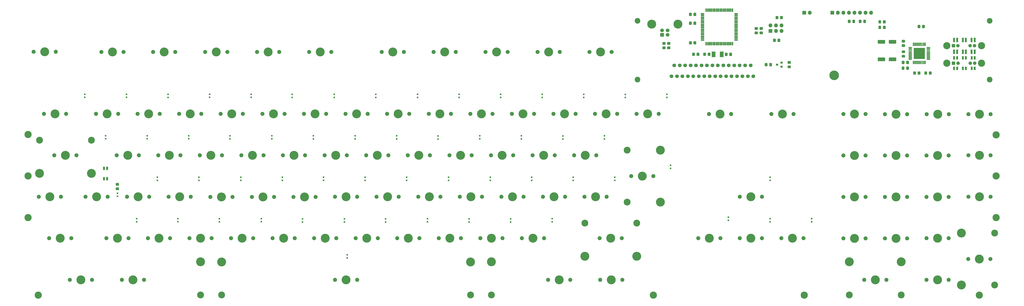
<source format=gts>
%TF.GenerationSoftware,KiCad,Pcbnew,(5.1.6-0)*%
%TF.CreationDate,2021-12-10T16:25:12+01:00*%
%TF.ProjectId,A500KB,41353030-4b42-42e6-9b69-6361645f7063,rev?*%
%TF.SameCoordinates,Original*%
%TF.FileFunction,Soldermask,Top*%
%TF.FilePolarity,Negative*%
%FSLAX46Y46*%
G04 Gerber Fmt 4.6, Leading zero omitted, Abs format (unit mm)*
G04 Created by KiCad (PCBNEW (5.1.6-0)) date 2021-12-10 16:25:12*
%MOMM*%
%LPD*%
G01*
G04 APERTURE LIST*
%ADD10R,1.000000X0.900000*%
%ADD11C,4.400000*%
%ADD12C,2.600000*%
%ADD13C,3.300000*%
%ADD14R,0.800000X0.700000*%
%ADD15R,5.100000X5.100000*%
%ADD16C,4.087800*%
%ADD17C,1.850000*%
%ADD18C,3.148000*%
%ADD19R,0.900000X2.100000*%
%ADD20C,1.600000*%
%ADD21R,1.600000X1.600000*%
%ADD22R,1.800000X1.800000*%
%ADD23O,1.800000X1.800000*%
%ADD24R,1.800000X2.500000*%
%ADD25R,0.900000X1.600000*%
%ADD26R,0.650000X1.600000*%
%ADD27R,1.600000X0.650000*%
%ADD28C,4.100000*%
%ADD29C,1.700000*%
%ADD30R,1.700000X1.700000*%
G04 APERTURE END LIST*
%TO.C,R11*%
G36*
G01*
X363503738Y-236865000D02*
X364460262Y-236865000D01*
G75*
G02*
X364732000Y-237136738I0J-271738D01*
G01*
X364732000Y-237843262D01*
G75*
G02*
X364460262Y-238115000I-271738J0D01*
G01*
X363503738Y-238115000D01*
G75*
G02*
X363232000Y-237843262I0J271738D01*
G01*
X363232000Y-237136738D01*
G75*
G02*
X363503738Y-236865000I271738J0D01*
G01*
G37*
G36*
G01*
X363503738Y-234815000D02*
X364460262Y-234815000D01*
G75*
G02*
X364732000Y-235086738I0J-271738D01*
G01*
X364732000Y-235793262D01*
G75*
G02*
X364460262Y-236065000I-271738J0D01*
G01*
X363503738Y-236065000D01*
G75*
G02*
X363232000Y-235793262I0J271738D01*
G01*
X363232000Y-235086738D01*
G75*
G02*
X363503738Y-234815000I271738J0D01*
G01*
G37*
%TD*%
%TO.C,R10*%
G36*
G01*
X361217738Y-236874000D02*
X362174262Y-236874000D01*
G75*
G02*
X362446000Y-237145738I0J-271738D01*
G01*
X362446000Y-237852262D01*
G75*
G02*
X362174262Y-238124000I-271738J0D01*
G01*
X361217738Y-238124000D01*
G75*
G02*
X360946000Y-237852262I0J271738D01*
G01*
X360946000Y-237145738D01*
G75*
G02*
X361217738Y-236874000I271738J0D01*
G01*
G37*
G36*
G01*
X361217738Y-234824000D02*
X362174262Y-234824000D01*
G75*
G02*
X362446000Y-235095738I0J-271738D01*
G01*
X362446000Y-235802262D01*
G75*
G02*
X362174262Y-236074000I-271738J0D01*
G01*
X361217738Y-236074000D01*
G75*
G02*
X360946000Y-235802262I0J271738D01*
G01*
X360946000Y-235095738D01*
G75*
G02*
X361217738Y-234824000I271738J0D01*
G01*
G37*
%TD*%
%TO.C,R9*%
G36*
G01*
X418954000Y-231931738D02*
X418954000Y-232888262D01*
G75*
G02*
X418682262Y-233160000I-271738J0D01*
G01*
X417975738Y-233160000D01*
G75*
G02*
X417704000Y-232888262I0J271738D01*
G01*
X417704000Y-231931738D01*
G75*
G02*
X417975738Y-231660000I271738J0D01*
G01*
X418682262Y-231660000D01*
G75*
G02*
X418954000Y-231931738I0J-271738D01*
G01*
G37*
G36*
G01*
X421004000Y-231931738D02*
X421004000Y-232888262D01*
G75*
G02*
X420732262Y-233160000I-271738J0D01*
G01*
X420025738Y-233160000D01*
G75*
G02*
X419754000Y-232888262I0J271738D01*
G01*
X419754000Y-231931738D01*
G75*
G02*
X420025738Y-231660000I271738J0D01*
G01*
X420732262Y-231660000D01*
G75*
G02*
X421004000Y-231931738I0J-271738D01*
G01*
G37*
%TD*%
%TO.C,R8*%
G36*
G01*
X418954000Y-234471738D02*
X418954000Y-235428262D01*
G75*
G02*
X418682262Y-235700000I-271738J0D01*
G01*
X417975738Y-235700000D01*
G75*
G02*
X417704000Y-235428262I0J271738D01*
G01*
X417704000Y-234471738D01*
G75*
G02*
X417975738Y-234200000I271738J0D01*
G01*
X418682262Y-234200000D01*
G75*
G02*
X418954000Y-234471738I0J-271738D01*
G01*
G37*
G36*
G01*
X421004000Y-234471738D02*
X421004000Y-235428262D01*
G75*
G02*
X420732262Y-235700000I-271738J0D01*
G01*
X420025738Y-235700000D01*
G75*
G02*
X419754000Y-235428262I0J271738D01*
G01*
X419754000Y-234471738D01*
G75*
G02*
X420025738Y-234200000I271738J0D01*
G01*
X420732262Y-234200000D01*
G75*
G02*
X421004000Y-234471738I0J-271738D01*
G01*
G37*
%TD*%
%TO.C,C16*%
G36*
G01*
X420812500Y-240965625D02*
X420812500Y-242134375D01*
G75*
G02*
X420546875Y-242400000I-265625J0D01*
G01*
X417653125Y-242400000D01*
G75*
G02*
X417387500Y-242134375I0J265625D01*
G01*
X417387500Y-240965625D01*
G75*
G02*
X417653125Y-240700000I265625J0D01*
G01*
X420546875Y-240700000D01*
G75*
G02*
X420812500Y-240965625I0J-265625D01*
G01*
G37*
G36*
G01*
X425887500Y-240965625D02*
X425887500Y-242134375D01*
G75*
G02*
X425621875Y-242400000I-265625J0D01*
G01*
X422728125Y-242400000D01*
G75*
G02*
X422462500Y-242134375I0J265625D01*
G01*
X422462500Y-240965625D01*
G75*
G02*
X422728125Y-240700000I265625J0D01*
G01*
X425621875Y-240700000D01*
G75*
G02*
X425887500Y-240965625I0J-265625D01*
G01*
G37*
%TD*%
%TO.C,C15*%
G36*
G01*
X420812500Y-249065625D02*
X420812500Y-250234375D01*
G75*
G02*
X420546875Y-250500000I-265625J0D01*
G01*
X417653125Y-250500000D01*
G75*
G02*
X417387500Y-250234375I0J265625D01*
G01*
X417387500Y-249065625D01*
G75*
G02*
X417653125Y-248800000I265625J0D01*
G01*
X420546875Y-248800000D01*
G75*
G02*
X420812500Y-249065625I0J-265625D01*
G01*
G37*
G36*
G01*
X425887500Y-249065625D02*
X425887500Y-250234375D01*
G75*
G02*
X425621875Y-250500000I-265625J0D01*
G01*
X422728125Y-250500000D01*
G75*
G02*
X422462500Y-250234375I0J265625D01*
G01*
X422462500Y-249065625D01*
G75*
G02*
X422728125Y-248800000I265625J0D01*
G01*
X425621875Y-248800000D01*
G75*
G02*
X425887500Y-249065625I0J-265625D01*
G01*
G37*
%TD*%
%TO.C,R7*%
G36*
G01*
X430425000Y-254178262D02*
X430425000Y-253221738D01*
G75*
G02*
X430696738Y-252950000I271738J0D01*
G01*
X431403262Y-252950000D01*
G75*
G02*
X431675000Y-253221738I0J-271738D01*
G01*
X431675000Y-254178262D01*
G75*
G02*
X431403262Y-254450000I-271738J0D01*
G01*
X430696738Y-254450000D01*
G75*
G02*
X430425000Y-254178262I0J271738D01*
G01*
G37*
G36*
G01*
X428375000Y-254178262D02*
X428375000Y-253221738D01*
G75*
G02*
X428646738Y-252950000I271738J0D01*
G01*
X429353262Y-252950000D01*
G75*
G02*
X429625000Y-253221738I0J-271738D01*
G01*
X429625000Y-254178262D01*
G75*
G02*
X429353262Y-254450000I-271738J0D01*
G01*
X428646738Y-254450000D01*
G75*
G02*
X428375000Y-254178262I0J271738D01*
G01*
G37*
%TD*%
%TO.C,R6*%
G36*
G01*
X409950000Y-231721738D02*
X409950000Y-232678262D01*
G75*
G02*
X409678262Y-232950000I-271738J0D01*
G01*
X408971738Y-232950000D01*
G75*
G02*
X408700000Y-232678262I0J271738D01*
G01*
X408700000Y-231721738D01*
G75*
G02*
X408971738Y-231450000I271738J0D01*
G01*
X409678262Y-231450000D01*
G75*
G02*
X409950000Y-231721738I0J-271738D01*
G01*
G37*
G36*
G01*
X412000000Y-231721738D02*
X412000000Y-232678262D01*
G75*
G02*
X411728262Y-232950000I-271738J0D01*
G01*
X411021738Y-232950000D01*
G75*
G02*
X410750000Y-232678262I0J271738D01*
G01*
X410750000Y-231721738D01*
G75*
G02*
X411021738Y-231450000I271738J0D01*
G01*
X411728262Y-231450000D01*
G75*
G02*
X412000000Y-231721738I0J-271738D01*
G01*
G37*
%TD*%
%TO.C,R5*%
G36*
G01*
X370650000Y-240421738D02*
X370650000Y-241378262D01*
G75*
G02*
X370378262Y-241650000I-271738J0D01*
G01*
X369671738Y-241650000D01*
G75*
G02*
X369400000Y-241378262I0J271738D01*
G01*
X369400000Y-240421738D01*
G75*
G02*
X369671738Y-240150000I271738J0D01*
G01*
X370378262Y-240150000D01*
G75*
G02*
X370650000Y-240421738I0J-271738D01*
G01*
G37*
G36*
G01*
X372700000Y-240421738D02*
X372700000Y-241378262D01*
G75*
G02*
X372428262Y-241650000I-271738J0D01*
G01*
X371721738Y-241650000D01*
G75*
G02*
X371450000Y-241378262I0J271738D01*
G01*
X371450000Y-240421738D01*
G75*
G02*
X371721738Y-240150000I271738J0D01*
G01*
X372428262Y-240150000D01*
G75*
G02*
X372700000Y-240421738I0J-271738D01*
G01*
G37*
%TD*%
%TO.C,R4*%
G36*
G01*
X322031262Y-242920000D02*
X321074738Y-242920000D01*
G75*
G02*
X320803000Y-242648262I0J271738D01*
G01*
X320803000Y-241941738D01*
G75*
G02*
X321074738Y-241670000I271738J0D01*
G01*
X322031262Y-241670000D01*
G75*
G02*
X322303000Y-241941738I0J-271738D01*
G01*
X322303000Y-242648262D01*
G75*
G02*
X322031262Y-242920000I-271738J0D01*
G01*
G37*
G36*
G01*
X322031262Y-244970000D02*
X321074738Y-244970000D01*
G75*
G02*
X320803000Y-244698262I0J271738D01*
G01*
X320803000Y-243991738D01*
G75*
G02*
X321074738Y-243720000I271738J0D01*
G01*
X322031262Y-243720000D01*
G75*
G02*
X322303000Y-243991738I0J-271738D01*
G01*
X322303000Y-244698262D01*
G75*
G02*
X322031262Y-244970000I-271738J0D01*
G01*
G37*
%TD*%
%TO.C,R3*%
G36*
G01*
X319872262Y-242938000D02*
X318915738Y-242938000D01*
G75*
G02*
X318644000Y-242666262I0J271738D01*
G01*
X318644000Y-241959738D01*
G75*
G02*
X318915738Y-241688000I271738J0D01*
G01*
X319872262Y-241688000D01*
G75*
G02*
X320144000Y-241959738I0J-271738D01*
G01*
X320144000Y-242666262D01*
G75*
G02*
X319872262Y-242938000I-271738J0D01*
G01*
G37*
G36*
G01*
X319872262Y-244988000D02*
X318915738Y-244988000D01*
G75*
G02*
X318644000Y-244716262I0J271738D01*
G01*
X318644000Y-244009738D01*
G75*
G02*
X318915738Y-243738000I271738J0D01*
G01*
X319872262Y-243738000D01*
G75*
G02*
X320144000Y-244009738I0J-271738D01*
G01*
X320144000Y-244716262D01*
G75*
G02*
X319872262Y-244988000I-271738J0D01*
G01*
G37*
%TD*%
%TO.C,R2*%
G36*
G01*
X367650000Y-252578262D02*
X367650000Y-251621738D01*
G75*
G02*
X367921738Y-251350000I271738J0D01*
G01*
X368628262Y-251350000D01*
G75*
G02*
X368900000Y-251621738I0J-271738D01*
G01*
X368900000Y-252578262D01*
G75*
G02*
X368628262Y-252850000I-271738J0D01*
G01*
X367921738Y-252850000D01*
G75*
G02*
X367650000Y-252578262I0J271738D01*
G01*
G37*
G36*
G01*
X365600000Y-252578262D02*
X365600000Y-251621738D01*
G75*
G02*
X365871738Y-251350000I271738J0D01*
G01*
X366578262Y-251350000D01*
G75*
G02*
X366850000Y-251621738I0J-271738D01*
G01*
X366850000Y-252578262D01*
G75*
G02*
X366578262Y-252850000I-271738J0D01*
G01*
X365871738Y-252850000D01*
G75*
G02*
X365600000Y-252578262I0J271738D01*
G01*
G37*
%TD*%
%TO.C,R1*%
G36*
G01*
X377278262Y-251675000D02*
X376321738Y-251675000D01*
G75*
G02*
X376050000Y-251403262I0J271738D01*
G01*
X376050000Y-250696738D01*
G75*
G02*
X376321738Y-250425000I271738J0D01*
G01*
X377278262Y-250425000D01*
G75*
G02*
X377550000Y-250696738I0J-271738D01*
G01*
X377550000Y-251403262D01*
G75*
G02*
X377278262Y-251675000I-271738J0D01*
G01*
G37*
G36*
G01*
X377278262Y-253725000D02*
X376321738Y-253725000D01*
G75*
G02*
X376050000Y-253453262I0J271738D01*
G01*
X376050000Y-252746738D01*
G75*
G02*
X376321738Y-252475000I271738J0D01*
G01*
X377278262Y-252475000D01*
G75*
G02*
X377550000Y-252746738I0J-271738D01*
G01*
X377550000Y-253453262D01*
G75*
G02*
X377278262Y-253725000I-271738J0D01*
G01*
G37*
%TD*%
D10*
%TO.C,Q1*%
X371250000Y-252100000D03*
X373250000Y-251150000D03*
X373250000Y-253050000D03*
%TD*%
D11*
%TO.C,H19*%
X397450000Y-257000000D03*
%TD*%
D12*
%TO.C,H18*%
X468700000Y-231950000D03*
%TD*%
%TO.C,H17*%
X468700000Y-258950000D03*
%TD*%
%TO.C,H16*%
X307200000Y-231950000D03*
%TD*%
%TO.C,H15*%
X307200000Y-258950000D03*
%TD*%
%TO.C,C9*%
G36*
G01*
X434875000Y-255471738D02*
X434875000Y-256428262D01*
G75*
G02*
X434603262Y-256700000I-271738J0D01*
G01*
X433896738Y-256700000D01*
G75*
G02*
X433625000Y-256428262I0J271738D01*
G01*
X433625000Y-255471738D01*
G75*
G02*
X433896738Y-255200000I271738J0D01*
G01*
X434603262Y-255200000D01*
G75*
G02*
X434875000Y-255471738I0J-271738D01*
G01*
G37*
G36*
G01*
X436925000Y-255471738D02*
X436925000Y-256428262D01*
G75*
G02*
X436653262Y-256700000I-271738J0D01*
G01*
X435946738Y-256700000D01*
G75*
G02*
X435675000Y-256428262I0J271738D01*
G01*
X435675000Y-255471738D01*
G75*
G02*
X435946738Y-255200000I271738J0D01*
G01*
X436653262Y-255200000D01*
G75*
G02*
X436925000Y-255471738I0J-271738D01*
G01*
G37*
%TD*%
%TO.C,C13*%
G36*
G01*
X429650000Y-250571738D02*
X429650000Y-251528262D01*
G75*
G02*
X429378262Y-251800000I-271738J0D01*
G01*
X428671738Y-251800000D01*
G75*
G02*
X428400000Y-251528262I0J271738D01*
G01*
X428400000Y-250571738D01*
G75*
G02*
X428671738Y-250300000I271738J0D01*
G01*
X429378262Y-250300000D01*
G75*
G02*
X429650000Y-250571738I0J-271738D01*
G01*
G37*
G36*
G01*
X431700000Y-250571738D02*
X431700000Y-251528262D01*
G75*
G02*
X431428262Y-251800000I-271738J0D01*
G01*
X430721738Y-251800000D01*
G75*
G02*
X430450000Y-251528262I0J271738D01*
G01*
X430450000Y-250571738D01*
G75*
G02*
X430721738Y-250300000I271738J0D01*
G01*
X431428262Y-250300000D01*
G75*
G02*
X431700000Y-250571738I0J-271738D01*
G01*
G37*
%TD*%
%TO.C,C14*%
G36*
G01*
X405750000Y-232678262D02*
X405750000Y-231721738D01*
G75*
G02*
X406021738Y-231450000I271738J0D01*
G01*
X406728262Y-231450000D01*
G75*
G02*
X407000000Y-231721738I0J-271738D01*
G01*
X407000000Y-232678262D01*
G75*
G02*
X406728262Y-232950000I-271738J0D01*
G01*
X406021738Y-232950000D01*
G75*
G02*
X405750000Y-232678262I0J271738D01*
G01*
G37*
G36*
G01*
X403700000Y-232678262D02*
X403700000Y-231721738D01*
G75*
G02*
X403971738Y-231450000I271738J0D01*
G01*
X404678262Y-231450000D01*
G75*
G02*
X404950000Y-231721738I0J-271738D01*
G01*
X404950000Y-232678262D01*
G75*
G02*
X404678262Y-232950000I-271738J0D01*
G01*
X403971738Y-232950000D01*
G75*
G02*
X403700000Y-232678262I0J271738D01*
G01*
G37*
%TD*%
D13*
%TO.C,H14*%
X463950000Y-358000000D03*
%TD*%
%TO.C,H13*%
X32500000Y-358000000D03*
%TD*%
%TO.C,H12*%
X471650000Y-322350000D03*
%TD*%
%TO.C,H11*%
X471650000Y-303250000D03*
%TD*%
%TO.C,H10*%
X471650000Y-284350000D03*
%TD*%
%TO.C,H9*%
X383700000Y-358000000D03*
%TD*%
%TO.C,H8*%
X314500000Y-358000000D03*
%TD*%
%TO.C,H7*%
X27800000Y-322400000D03*
%TD*%
%TO.C,H6*%
X27850000Y-303250000D03*
%TD*%
%TO.C,H5*%
X27850000Y-284200000D03*
%TD*%
%TO.C,H4*%
X464950000Y-243400000D03*
%TD*%
%TO.C,H3*%
X449050000Y-243400000D03*
%TD*%
%TO.C,H2*%
X449084000Y-251375000D03*
%TD*%
%TO.C,H1*%
X464950000Y-251375000D03*
%TD*%
%TO.C,C12*%
G36*
G01*
X428671738Y-247575000D02*
X429628262Y-247575000D01*
G75*
G02*
X429900000Y-247846738I0J-271738D01*
G01*
X429900000Y-248553262D01*
G75*
G02*
X429628262Y-248825000I-271738J0D01*
G01*
X428671738Y-248825000D01*
G75*
G02*
X428400000Y-248553262I0J271738D01*
G01*
X428400000Y-247846738D01*
G75*
G02*
X428671738Y-247575000I271738J0D01*
G01*
G37*
G36*
G01*
X428671738Y-245525000D02*
X429628262Y-245525000D01*
G75*
G02*
X429900000Y-245796738I0J-271738D01*
G01*
X429900000Y-246503262D01*
G75*
G02*
X429628262Y-246775000I-271738J0D01*
G01*
X428671738Y-246775000D01*
G75*
G02*
X428400000Y-246503262I0J271738D01*
G01*
X428400000Y-245796738D01*
G75*
G02*
X428671738Y-245525000I271738J0D01*
G01*
G37*
%TD*%
%TO.C,C11*%
G36*
G01*
X440825000Y-256428262D02*
X440825000Y-255471738D01*
G75*
G02*
X441096738Y-255200000I271738J0D01*
G01*
X441803262Y-255200000D01*
G75*
G02*
X442075000Y-255471738I0J-271738D01*
G01*
X442075000Y-256428262D01*
G75*
G02*
X441803262Y-256700000I-271738J0D01*
G01*
X441096738Y-256700000D01*
G75*
G02*
X440825000Y-256428262I0J271738D01*
G01*
G37*
G36*
G01*
X438775000Y-256428262D02*
X438775000Y-255471738D01*
G75*
G02*
X439046738Y-255200000I271738J0D01*
G01*
X439753262Y-255200000D01*
G75*
G02*
X440025000Y-255471738I0J-271738D01*
G01*
X440025000Y-256428262D01*
G75*
G02*
X439753262Y-256700000I-271738J0D01*
G01*
X439046738Y-256700000D01*
G75*
G02*
X438775000Y-256428262I0J271738D01*
G01*
G37*
%TD*%
%TO.C,C10*%
G36*
G01*
X436925000Y-234071738D02*
X436925000Y-235028262D01*
G75*
G02*
X436653262Y-235300000I-271738J0D01*
G01*
X435946738Y-235300000D01*
G75*
G02*
X435675000Y-235028262I0J271738D01*
G01*
X435675000Y-234071738D01*
G75*
G02*
X435946738Y-233800000I271738J0D01*
G01*
X436653262Y-233800000D01*
G75*
G02*
X436925000Y-234071738I0J-271738D01*
G01*
G37*
G36*
G01*
X438975000Y-234071738D02*
X438975000Y-235028262D01*
G75*
G02*
X438703262Y-235300000I-271738J0D01*
G01*
X437996738Y-235300000D01*
G75*
G02*
X437725000Y-235028262I0J271738D01*
G01*
X437725000Y-234071738D01*
G75*
G02*
X437996738Y-233800000I271738J0D01*
G01*
X438703262Y-233800000D01*
G75*
G02*
X438975000Y-234071738I0J-271738D01*
G01*
G37*
%TD*%
D14*
%TO.C,D50*%
X322427600Y-299748400D03*
X322427600Y-298348400D03*
%TD*%
D15*
%TO.C,U1*%
X436462500Y-246900000D03*
G36*
G01*
X439412500Y-250375000D02*
X439412500Y-251750000D01*
G75*
G02*
X439312500Y-251850000I-100000J0D01*
G01*
X439112500Y-251850000D01*
G75*
G02*
X439012500Y-251750000I0J100000D01*
G01*
X439012500Y-250375000D01*
G75*
G02*
X439112500Y-250275000I100000J0D01*
G01*
X439312500Y-250275000D01*
G75*
G02*
X439412500Y-250375000I0J-100000D01*
G01*
G37*
G36*
G01*
X438912500Y-250375000D02*
X438912500Y-251750000D01*
G75*
G02*
X438812500Y-251850000I-100000J0D01*
G01*
X438612500Y-251850000D01*
G75*
G02*
X438512500Y-251750000I0J100000D01*
G01*
X438512500Y-250375000D01*
G75*
G02*
X438612500Y-250275000I100000J0D01*
G01*
X438812500Y-250275000D01*
G75*
G02*
X438912500Y-250375000I0J-100000D01*
G01*
G37*
G36*
G01*
X438412500Y-250375000D02*
X438412500Y-251750000D01*
G75*
G02*
X438312500Y-251850000I-100000J0D01*
G01*
X438112500Y-251850000D01*
G75*
G02*
X438012500Y-251750000I0J100000D01*
G01*
X438012500Y-250375000D01*
G75*
G02*
X438112500Y-250275000I100000J0D01*
G01*
X438312500Y-250275000D01*
G75*
G02*
X438412500Y-250375000I0J-100000D01*
G01*
G37*
G36*
G01*
X437912500Y-250375000D02*
X437912500Y-251750000D01*
G75*
G02*
X437812500Y-251850000I-100000J0D01*
G01*
X437612500Y-251850000D01*
G75*
G02*
X437512500Y-251750000I0J100000D01*
G01*
X437512500Y-250375000D01*
G75*
G02*
X437612500Y-250275000I100000J0D01*
G01*
X437812500Y-250275000D01*
G75*
G02*
X437912500Y-250375000I0J-100000D01*
G01*
G37*
G36*
G01*
X437412500Y-250375000D02*
X437412500Y-251750000D01*
G75*
G02*
X437312500Y-251850000I-100000J0D01*
G01*
X437112500Y-251850000D01*
G75*
G02*
X437012500Y-251750000I0J100000D01*
G01*
X437012500Y-250375000D01*
G75*
G02*
X437112500Y-250275000I100000J0D01*
G01*
X437312500Y-250275000D01*
G75*
G02*
X437412500Y-250375000I0J-100000D01*
G01*
G37*
G36*
G01*
X436912500Y-250375000D02*
X436912500Y-251750000D01*
G75*
G02*
X436812500Y-251850000I-100000J0D01*
G01*
X436612500Y-251850000D01*
G75*
G02*
X436512500Y-251750000I0J100000D01*
G01*
X436512500Y-250375000D01*
G75*
G02*
X436612500Y-250275000I100000J0D01*
G01*
X436812500Y-250275000D01*
G75*
G02*
X436912500Y-250375000I0J-100000D01*
G01*
G37*
G36*
G01*
X436412500Y-250375000D02*
X436412500Y-251750000D01*
G75*
G02*
X436312500Y-251850000I-100000J0D01*
G01*
X436112500Y-251850000D01*
G75*
G02*
X436012500Y-251750000I0J100000D01*
G01*
X436012500Y-250375000D01*
G75*
G02*
X436112500Y-250275000I100000J0D01*
G01*
X436312500Y-250275000D01*
G75*
G02*
X436412500Y-250375000I0J-100000D01*
G01*
G37*
G36*
G01*
X435912500Y-250375000D02*
X435912500Y-251750000D01*
G75*
G02*
X435812500Y-251850000I-100000J0D01*
G01*
X435612500Y-251850000D01*
G75*
G02*
X435512500Y-251750000I0J100000D01*
G01*
X435512500Y-250375000D01*
G75*
G02*
X435612500Y-250275000I100000J0D01*
G01*
X435812500Y-250275000D01*
G75*
G02*
X435912500Y-250375000I0J-100000D01*
G01*
G37*
G36*
G01*
X435412500Y-250375000D02*
X435412500Y-251750000D01*
G75*
G02*
X435312500Y-251850000I-100000J0D01*
G01*
X435112500Y-251850000D01*
G75*
G02*
X435012500Y-251750000I0J100000D01*
G01*
X435012500Y-250375000D01*
G75*
G02*
X435112500Y-250275000I100000J0D01*
G01*
X435312500Y-250275000D01*
G75*
G02*
X435412500Y-250375000I0J-100000D01*
G01*
G37*
G36*
G01*
X434912500Y-250375000D02*
X434912500Y-251750000D01*
G75*
G02*
X434812500Y-251850000I-100000J0D01*
G01*
X434612500Y-251850000D01*
G75*
G02*
X434512500Y-251750000I0J100000D01*
G01*
X434512500Y-250375000D01*
G75*
G02*
X434612500Y-250275000I100000J0D01*
G01*
X434812500Y-250275000D01*
G75*
G02*
X434912500Y-250375000I0J-100000D01*
G01*
G37*
G36*
G01*
X434412500Y-250375000D02*
X434412500Y-251750000D01*
G75*
G02*
X434312500Y-251850000I-100000J0D01*
G01*
X434112500Y-251850000D01*
G75*
G02*
X434012500Y-251750000I0J100000D01*
G01*
X434012500Y-250375000D01*
G75*
G02*
X434112500Y-250275000I100000J0D01*
G01*
X434312500Y-250275000D01*
G75*
G02*
X434412500Y-250375000I0J-100000D01*
G01*
G37*
G36*
G01*
X433912500Y-250375000D02*
X433912500Y-251750000D01*
G75*
G02*
X433812500Y-251850000I-100000J0D01*
G01*
X433612500Y-251850000D01*
G75*
G02*
X433512500Y-251750000I0J100000D01*
G01*
X433512500Y-250375000D01*
G75*
G02*
X433612500Y-250275000I100000J0D01*
G01*
X433812500Y-250275000D01*
G75*
G02*
X433912500Y-250375000I0J-100000D01*
G01*
G37*
G36*
G01*
X433087500Y-249550000D02*
X433087500Y-249750000D01*
G75*
G02*
X432987500Y-249850000I-100000J0D01*
G01*
X431612500Y-249850000D01*
G75*
G02*
X431512500Y-249750000I0J100000D01*
G01*
X431512500Y-249550000D01*
G75*
G02*
X431612500Y-249450000I100000J0D01*
G01*
X432987500Y-249450000D01*
G75*
G02*
X433087500Y-249550000I0J-100000D01*
G01*
G37*
G36*
G01*
X433087500Y-249050000D02*
X433087500Y-249250000D01*
G75*
G02*
X432987500Y-249350000I-100000J0D01*
G01*
X431612500Y-249350000D01*
G75*
G02*
X431512500Y-249250000I0J100000D01*
G01*
X431512500Y-249050000D01*
G75*
G02*
X431612500Y-248950000I100000J0D01*
G01*
X432987500Y-248950000D01*
G75*
G02*
X433087500Y-249050000I0J-100000D01*
G01*
G37*
G36*
G01*
X433087500Y-248550000D02*
X433087500Y-248750000D01*
G75*
G02*
X432987500Y-248850000I-100000J0D01*
G01*
X431612500Y-248850000D01*
G75*
G02*
X431512500Y-248750000I0J100000D01*
G01*
X431512500Y-248550000D01*
G75*
G02*
X431612500Y-248450000I100000J0D01*
G01*
X432987500Y-248450000D01*
G75*
G02*
X433087500Y-248550000I0J-100000D01*
G01*
G37*
G36*
G01*
X433087500Y-248050000D02*
X433087500Y-248250000D01*
G75*
G02*
X432987500Y-248350000I-100000J0D01*
G01*
X431612500Y-248350000D01*
G75*
G02*
X431512500Y-248250000I0J100000D01*
G01*
X431512500Y-248050000D01*
G75*
G02*
X431612500Y-247950000I100000J0D01*
G01*
X432987500Y-247950000D01*
G75*
G02*
X433087500Y-248050000I0J-100000D01*
G01*
G37*
G36*
G01*
X433087500Y-247550000D02*
X433087500Y-247750000D01*
G75*
G02*
X432987500Y-247850000I-100000J0D01*
G01*
X431612500Y-247850000D01*
G75*
G02*
X431512500Y-247750000I0J100000D01*
G01*
X431512500Y-247550000D01*
G75*
G02*
X431612500Y-247450000I100000J0D01*
G01*
X432987500Y-247450000D01*
G75*
G02*
X433087500Y-247550000I0J-100000D01*
G01*
G37*
G36*
G01*
X433087500Y-247050000D02*
X433087500Y-247250000D01*
G75*
G02*
X432987500Y-247350000I-100000J0D01*
G01*
X431612500Y-247350000D01*
G75*
G02*
X431512500Y-247250000I0J100000D01*
G01*
X431512500Y-247050000D01*
G75*
G02*
X431612500Y-246950000I100000J0D01*
G01*
X432987500Y-246950000D01*
G75*
G02*
X433087500Y-247050000I0J-100000D01*
G01*
G37*
G36*
G01*
X433087500Y-246550000D02*
X433087500Y-246750000D01*
G75*
G02*
X432987500Y-246850000I-100000J0D01*
G01*
X431612500Y-246850000D01*
G75*
G02*
X431512500Y-246750000I0J100000D01*
G01*
X431512500Y-246550000D01*
G75*
G02*
X431612500Y-246450000I100000J0D01*
G01*
X432987500Y-246450000D01*
G75*
G02*
X433087500Y-246550000I0J-100000D01*
G01*
G37*
G36*
G01*
X433087500Y-246050000D02*
X433087500Y-246250000D01*
G75*
G02*
X432987500Y-246350000I-100000J0D01*
G01*
X431612500Y-246350000D01*
G75*
G02*
X431512500Y-246250000I0J100000D01*
G01*
X431512500Y-246050000D01*
G75*
G02*
X431612500Y-245950000I100000J0D01*
G01*
X432987500Y-245950000D01*
G75*
G02*
X433087500Y-246050000I0J-100000D01*
G01*
G37*
G36*
G01*
X433087500Y-245550000D02*
X433087500Y-245750000D01*
G75*
G02*
X432987500Y-245850000I-100000J0D01*
G01*
X431612500Y-245850000D01*
G75*
G02*
X431512500Y-245750000I0J100000D01*
G01*
X431512500Y-245550000D01*
G75*
G02*
X431612500Y-245450000I100000J0D01*
G01*
X432987500Y-245450000D01*
G75*
G02*
X433087500Y-245550000I0J-100000D01*
G01*
G37*
G36*
G01*
X433087500Y-245050000D02*
X433087500Y-245250000D01*
G75*
G02*
X432987500Y-245350000I-100000J0D01*
G01*
X431612500Y-245350000D01*
G75*
G02*
X431512500Y-245250000I0J100000D01*
G01*
X431512500Y-245050000D01*
G75*
G02*
X431612500Y-244950000I100000J0D01*
G01*
X432987500Y-244950000D01*
G75*
G02*
X433087500Y-245050000I0J-100000D01*
G01*
G37*
G36*
G01*
X433087500Y-244550000D02*
X433087500Y-244750000D01*
G75*
G02*
X432987500Y-244850000I-100000J0D01*
G01*
X431612500Y-244850000D01*
G75*
G02*
X431512500Y-244750000I0J100000D01*
G01*
X431512500Y-244550000D01*
G75*
G02*
X431612500Y-244450000I100000J0D01*
G01*
X432987500Y-244450000D01*
G75*
G02*
X433087500Y-244550000I0J-100000D01*
G01*
G37*
G36*
G01*
X433087500Y-244050000D02*
X433087500Y-244250000D01*
G75*
G02*
X432987500Y-244350000I-100000J0D01*
G01*
X431612500Y-244350000D01*
G75*
G02*
X431512500Y-244250000I0J100000D01*
G01*
X431512500Y-244050000D01*
G75*
G02*
X431612500Y-243950000I100000J0D01*
G01*
X432987500Y-243950000D01*
G75*
G02*
X433087500Y-244050000I0J-100000D01*
G01*
G37*
G36*
G01*
X433912500Y-242050000D02*
X433912500Y-243425000D01*
G75*
G02*
X433812500Y-243525000I-100000J0D01*
G01*
X433612500Y-243525000D01*
G75*
G02*
X433512500Y-243425000I0J100000D01*
G01*
X433512500Y-242050000D01*
G75*
G02*
X433612500Y-241950000I100000J0D01*
G01*
X433812500Y-241950000D01*
G75*
G02*
X433912500Y-242050000I0J-100000D01*
G01*
G37*
G36*
G01*
X434412500Y-242050000D02*
X434412500Y-243425000D01*
G75*
G02*
X434312500Y-243525000I-100000J0D01*
G01*
X434112500Y-243525000D01*
G75*
G02*
X434012500Y-243425000I0J100000D01*
G01*
X434012500Y-242050000D01*
G75*
G02*
X434112500Y-241950000I100000J0D01*
G01*
X434312500Y-241950000D01*
G75*
G02*
X434412500Y-242050000I0J-100000D01*
G01*
G37*
G36*
G01*
X434912500Y-242050000D02*
X434912500Y-243425000D01*
G75*
G02*
X434812500Y-243525000I-100000J0D01*
G01*
X434612500Y-243525000D01*
G75*
G02*
X434512500Y-243425000I0J100000D01*
G01*
X434512500Y-242050000D01*
G75*
G02*
X434612500Y-241950000I100000J0D01*
G01*
X434812500Y-241950000D01*
G75*
G02*
X434912500Y-242050000I0J-100000D01*
G01*
G37*
G36*
G01*
X435412500Y-242050000D02*
X435412500Y-243425000D01*
G75*
G02*
X435312500Y-243525000I-100000J0D01*
G01*
X435112500Y-243525000D01*
G75*
G02*
X435012500Y-243425000I0J100000D01*
G01*
X435012500Y-242050000D01*
G75*
G02*
X435112500Y-241950000I100000J0D01*
G01*
X435312500Y-241950000D01*
G75*
G02*
X435412500Y-242050000I0J-100000D01*
G01*
G37*
G36*
G01*
X435912500Y-242050000D02*
X435912500Y-243425000D01*
G75*
G02*
X435812500Y-243525000I-100000J0D01*
G01*
X435612500Y-243525000D01*
G75*
G02*
X435512500Y-243425000I0J100000D01*
G01*
X435512500Y-242050000D01*
G75*
G02*
X435612500Y-241950000I100000J0D01*
G01*
X435812500Y-241950000D01*
G75*
G02*
X435912500Y-242050000I0J-100000D01*
G01*
G37*
G36*
G01*
X436412500Y-242050000D02*
X436412500Y-243425000D01*
G75*
G02*
X436312500Y-243525000I-100000J0D01*
G01*
X436112500Y-243525000D01*
G75*
G02*
X436012500Y-243425000I0J100000D01*
G01*
X436012500Y-242050000D01*
G75*
G02*
X436112500Y-241950000I100000J0D01*
G01*
X436312500Y-241950000D01*
G75*
G02*
X436412500Y-242050000I0J-100000D01*
G01*
G37*
G36*
G01*
X436912500Y-242050000D02*
X436912500Y-243425000D01*
G75*
G02*
X436812500Y-243525000I-100000J0D01*
G01*
X436612500Y-243525000D01*
G75*
G02*
X436512500Y-243425000I0J100000D01*
G01*
X436512500Y-242050000D01*
G75*
G02*
X436612500Y-241950000I100000J0D01*
G01*
X436812500Y-241950000D01*
G75*
G02*
X436912500Y-242050000I0J-100000D01*
G01*
G37*
G36*
G01*
X437412500Y-242050000D02*
X437412500Y-243425000D01*
G75*
G02*
X437312500Y-243525000I-100000J0D01*
G01*
X437112500Y-243525000D01*
G75*
G02*
X437012500Y-243425000I0J100000D01*
G01*
X437012500Y-242050000D01*
G75*
G02*
X437112500Y-241950000I100000J0D01*
G01*
X437312500Y-241950000D01*
G75*
G02*
X437412500Y-242050000I0J-100000D01*
G01*
G37*
G36*
G01*
X437912500Y-242050000D02*
X437912500Y-243425000D01*
G75*
G02*
X437812500Y-243525000I-100000J0D01*
G01*
X437612500Y-243525000D01*
G75*
G02*
X437512500Y-243425000I0J100000D01*
G01*
X437512500Y-242050000D01*
G75*
G02*
X437612500Y-241950000I100000J0D01*
G01*
X437812500Y-241950000D01*
G75*
G02*
X437912500Y-242050000I0J-100000D01*
G01*
G37*
G36*
G01*
X438412500Y-242050000D02*
X438412500Y-243425000D01*
G75*
G02*
X438312500Y-243525000I-100000J0D01*
G01*
X438112500Y-243525000D01*
G75*
G02*
X438012500Y-243425000I0J100000D01*
G01*
X438012500Y-242050000D01*
G75*
G02*
X438112500Y-241950000I100000J0D01*
G01*
X438312500Y-241950000D01*
G75*
G02*
X438412500Y-242050000I0J-100000D01*
G01*
G37*
G36*
G01*
X438912500Y-242050000D02*
X438912500Y-243425000D01*
G75*
G02*
X438812500Y-243525000I-100000J0D01*
G01*
X438612500Y-243525000D01*
G75*
G02*
X438512500Y-243425000I0J100000D01*
G01*
X438512500Y-242050000D01*
G75*
G02*
X438612500Y-241950000I100000J0D01*
G01*
X438812500Y-241950000D01*
G75*
G02*
X438912500Y-242050000I0J-100000D01*
G01*
G37*
G36*
G01*
X439412500Y-242050000D02*
X439412500Y-243425000D01*
G75*
G02*
X439312500Y-243525000I-100000J0D01*
G01*
X439112500Y-243525000D01*
G75*
G02*
X439012500Y-243425000I0J100000D01*
G01*
X439012500Y-242050000D01*
G75*
G02*
X439112500Y-241950000I100000J0D01*
G01*
X439312500Y-241950000D01*
G75*
G02*
X439412500Y-242050000I0J-100000D01*
G01*
G37*
G36*
G01*
X441412500Y-244050000D02*
X441412500Y-244250000D01*
G75*
G02*
X441312500Y-244350000I-100000J0D01*
G01*
X439937500Y-244350000D01*
G75*
G02*
X439837500Y-244250000I0J100000D01*
G01*
X439837500Y-244050000D01*
G75*
G02*
X439937500Y-243950000I100000J0D01*
G01*
X441312500Y-243950000D01*
G75*
G02*
X441412500Y-244050000I0J-100000D01*
G01*
G37*
G36*
G01*
X441412500Y-244550000D02*
X441412500Y-244750000D01*
G75*
G02*
X441312500Y-244850000I-100000J0D01*
G01*
X439937500Y-244850000D01*
G75*
G02*
X439837500Y-244750000I0J100000D01*
G01*
X439837500Y-244550000D01*
G75*
G02*
X439937500Y-244450000I100000J0D01*
G01*
X441312500Y-244450000D01*
G75*
G02*
X441412500Y-244550000I0J-100000D01*
G01*
G37*
G36*
G01*
X441412500Y-245050000D02*
X441412500Y-245250000D01*
G75*
G02*
X441312500Y-245350000I-100000J0D01*
G01*
X439937500Y-245350000D01*
G75*
G02*
X439837500Y-245250000I0J100000D01*
G01*
X439837500Y-245050000D01*
G75*
G02*
X439937500Y-244950000I100000J0D01*
G01*
X441312500Y-244950000D01*
G75*
G02*
X441412500Y-245050000I0J-100000D01*
G01*
G37*
G36*
G01*
X441412500Y-245550000D02*
X441412500Y-245750000D01*
G75*
G02*
X441312500Y-245850000I-100000J0D01*
G01*
X439937500Y-245850000D01*
G75*
G02*
X439837500Y-245750000I0J100000D01*
G01*
X439837500Y-245550000D01*
G75*
G02*
X439937500Y-245450000I100000J0D01*
G01*
X441312500Y-245450000D01*
G75*
G02*
X441412500Y-245550000I0J-100000D01*
G01*
G37*
G36*
G01*
X441412500Y-246050000D02*
X441412500Y-246250000D01*
G75*
G02*
X441312500Y-246350000I-100000J0D01*
G01*
X439937500Y-246350000D01*
G75*
G02*
X439837500Y-246250000I0J100000D01*
G01*
X439837500Y-246050000D01*
G75*
G02*
X439937500Y-245950000I100000J0D01*
G01*
X441312500Y-245950000D01*
G75*
G02*
X441412500Y-246050000I0J-100000D01*
G01*
G37*
G36*
G01*
X441412500Y-246550000D02*
X441412500Y-246750000D01*
G75*
G02*
X441312500Y-246850000I-100000J0D01*
G01*
X439937500Y-246850000D01*
G75*
G02*
X439837500Y-246750000I0J100000D01*
G01*
X439837500Y-246550000D01*
G75*
G02*
X439937500Y-246450000I100000J0D01*
G01*
X441312500Y-246450000D01*
G75*
G02*
X441412500Y-246550000I0J-100000D01*
G01*
G37*
G36*
G01*
X441412500Y-247050000D02*
X441412500Y-247250000D01*
G75*
G02*
X441312500Y-247350000I-100000J0D01*
G01*
X439937500Y-247350000D01*
G75*
G02*
X439837500Y-247250000I0J100000D01*
G01*
X439837500Y-247050000D01*
G75*
G02*
X439937500Y-246950000I100000J0D01*
G01*
X441312500Y-246950000D01*
G75*
G02*
X441412500Y-247050000I0J-100000D01*
G01*
G37*
G36*
G01*
X441412500Y-247550000D02*
X441412500Y-247750000D01*
G75*
G02*
X441312500Y-247850000I-100000J0D01*
G01*
X439937500Y-247850000D01*
G75*
G02*
X439837500Y-247750000I0J100000D01*
G01*
X439837500Y-247550000D01*
G75*
G02*
X439937500Y-247450000I100000J0D01*
G01*
X441312500Y-247450000D01*
G75*
G02*
X441412500Y-247550000I0J-100000D01*
G01*
G37*
G36*
G01*
X441412500Y-248050000D02*
X441412500Y-248250000D01*
G75*
G02*
X441312500Y-248350000I-100000J0D01*
G01*
X439937500Y-248350000D01*
G75*
G02*
X439837500Y-248250000I0J100000D01*
G01*
X439837500Y-248050000D01*
G75*
G02*
X439937500Y-247950000I100000J0D01*
G01*
X441312500Y-247950000D01*
G75*
G02*
X441412500Y-248050000I0J-100000D01*
G01*
G37*
G36*
G01*
X441412500Y-248550000D02*
X441412500Y-248750000D01*
G75*
G02*
X441312500Y-248850000I-100000J0D01*
G01*
X439937500Y-248850000D01*
G75*
G02*
X439837500Y-248750000I0J100000D01*
G01*
X439837500Y-248550000D01*
G75*
G02*
X439937500Y-248450000I100000J0D01*
G01*
X441312500Y-248450000D01*
G75*
G02*
X441412500Y-248550000I0J-100000D01*
G01*
G37*
G36*
G01*
X441412500Y-249050000D02*
X441412500Y-249250000D01*
G75*
G02*
X441312500Y-249350000I-100000J0D01*
G01*
X439937500Y-249350000D01*
G75*
G02*
X439837500Y-249250000I0J100000D01*
G01*
X439837500Y-249050000D01*
G75*
G02*
X439937500Y-248950000I100000J0D01*
G01*
X441312500Y-248950000D01*
G75*
G02*
X441412500Y-249050000I0J-100000D01*
G01*
G37*
G36*
G01*
X441412500Y-249550000D02*
X441412500Y-249750000D01*
G75*
G02*
X441312500Y-249850000I-100000J0D01*
G01*
X439937500Y-249850000D01*
G75*
G02*
X439837500Y-249750000I0J100000D01*
G01*
X439837500Y-249550000D01*
G75*
G02*
X439937500Y-249450000I100000J0D01*
G01*
X441312500Y-249450000D01*
G75*
G02*
X441412500Y-249550000I0J-100000D01*
G01*
G37*
%TD*%
%TO.C,C8*%
G36*
G01*
X332125000Y-228521738D02*
X332125000Y-229478262D01*
G75*
G02*
X331853262Y-229750000I-271738J0D01*
G01*
X331146738Y-229750000D01*
G75*
G02*
X330875000Y-229478262I0J271738D01*
G01*
X330875000Y-228521738D01*
G75*
G02*
X331146738Y-228250000I271738J0D01*
G01*
X331853262Y-228250000D01*
G75*
G02*
X332125000Y-228521738I0J-271738D01*
G01*
G37*
G36*
G01*
X334175000Y-228521738D02*
X334175000Y-229478262D01*
G75*
G02*
X333903262Y-229750000I-271738J0D01*
G01*
X333196738Y-229750000D01*
G75*
G02*
X332925000Y-229478262I0J271738D01*
G01*
X332925000Y-228521738D01*
G75*
G02*
X333196738Y-228250000I271738J0D01*
G01*
X333903262Y-228250000D01*
G75*
G02*
X334175000Y-228521738I0J-271738D01*
G01*
G37*
%TD*%
%TO.C,C7*%
G36*
G01*
X429628262Y-241925000D02*
X428671738Y-241925000D01*
G75*
G02*
X428400000Y-241653262I0J271738D01*
G01*
X428400000Y-240946738D01*
G75*
G02*
X428671738Y-240675000I271738J0D01*
G01*
X429628262Y-240675000D01*
G75*
G02*
X429900000Y-240946738I0J-271738D01*
G01*
X429900000Y-241653262D01*
G75*
G02*
X429628262Y-241925000I-271738J0D01*
G01*
G37*
G36*
G01*
X429628262Y-243975000D02*
X428671738Y-243975000D01*
G75*
G02*
X428400000Y-243703262I0J271738D01*
G01*
X428400000Y-242996738D01*
G75*
G02*
X428671738Y-242725000I271738J0D01*
G01*
X429628262Y-242725000D01*
G75*
G02*
X429900000Y-242996738I0J-271738D01*
G01*
X429900000Y-243703262D01*
G75*
G02*
X429628262Y-243975000I-271738J0D01*
G01*
G37*
%TD*%
%TO.C,C2*%
G36*
G01*
X332925000Y-242528262D02*
X332925000Y-241571738D01*
G75*
G02*
X333196738Y-241300000I271738J0D01*
G01*
X333903262Y-241300000D01*
G75*
G02*
X334175000Y-241571738I0J-271738D01*
G01*
X334175000Y-242528262D01*
G75*
G02*
X333903262Y-242800000I-271738J0D01*
G01*
X333196738Y-242800000D01*
G75*
G02*
X332925000Y-242528262I0J271738D01*
G01*
G37*
G36*
G01*
X330875000Y-242528262D02*
X330875000Y-241571738D01*
G75*
G02*
X331146738Y-241300000I271738J0D01*
G01*
X331853262Y-241300000D01*
G75*
G02*
X332125000Y-241571738I0J-271738D01*
G01*
X332125000Y-242528262D01*
G75*
G02*
X331853262Y-242800000I-271738J0D01*
G01*
X331146738Y-242800000D01*
G75*
G02*
X330875000Y-242528262I0J271738D01*
G01*
G37*
%TD*%
%TO.C,C1*%
G36*
G01*
X334335500Y-247787362D02*
X334335500Y-246830838D01*
G75*
G02*
X334607238Y-246559100I271738J0D01*
G01*
X335313762Y-246559100D01*
G75*
G02*
X335585500Y-246830838I0J-271738D01*
G01*
X335585500Y-247787362D01*
G75*
G02*
X335313762Y-248059100I-271738J0D01*
G01*
X334607238Y-248059100D01*
G75*
G02*
X334335500Y-247787362I0J271738D01*
G01*
G37*
G36*
G01*
X332285500Y-247787362D02*
X332285500Y-246830838D01*
G75*
G02*
X332557238Y-246559100I271738J0D01*
G01*
X333263762Y-246559100D01*
G75*
G02*
X333535500Y-246830838I0J-271738D01*
G01*
X333535500Y-247787362D01*
G75*
G02*
X333263762Y-248059100I-271738J0D01*
G01*
X332557238Y-248059100D01*
G75*
G02*
X332285500Y-247787362I0J271738D01*
G01*
G37*
%TD*%
D14*
%TO.C,D61*%
X187286900Y-267158700D03*
X187286900Y-265758700D03*
%TD*%
D16*
%TO.C,MX55*%
X235661200Y-274726400D03*
D17*
X230581200Y-274726400D03*
X240741200Y-274726400D03*
%TD*%
D14*
%TO.C,D64*%
X244487700Y-267158700D03*
X244487700Y-265758700D03*
%TD*%
%TO.C,D68*%
X320687700Y-267134800D03*
X320687700Y-265734800D03*
%TD*%
%TO.C,D67*%
X301663100Y-267160200D03*
X301663100Y-265760200D03*
%TD*%
%TO.C,D66*%
X282600400Y-267146000D03*
X282600400Y-265746000D03*
%TD*%
%TO.C,D65*%
X263539200Y-267146000D03*
X263539200Y-265746000D03*
%TD*%
%TO.C,D63*%
X225450400Y-267147500D03*
X225450400Y-265747500D03*
%TD*%
%TO.C,D62*%
X206375000Y-267144500D03*
X206375000Y-265744500D03*
%TD*%
%TO.C,D60*%
X168236900Y-267146000D03*
X168236900Y-265746000D03*
%TD*%
%TO.C,D59*%
X148920200Y-267119100D03*
X148920200Y-265719100D03*
%TD*%
%TO.C,D58*%
X130098800Y-267093700D03*
X130098800Y-265693700D03*
%TD*%
%TO.C,D57*%
X111061500Y-267082500D03*
X111061500Y-265682500D03*
%TD*%
%TO.C,D56*%
X91986100Y-267120600D03*
X91986100Y-265720600D03*
%TD*%
%TO.C,D55*%
X72936100Y-267107900D03*
X72936100Y-265707900D03*
%TD*%
%TO.C,D54*%
X53873400Y-267106400D03*
X53873400Y-265706400D03*
%TD*%
D16*
%TO.C,MX83*%
X416274250Y-350951800D03*
D17*
X421354250Y-350951800D03*
X411194250Y-350951800D03*
D18*
X428180500Y-357936800D03*
X404368000Y-357936800D03*
D16*
X428180500Y-342696800D03*
X404368000Y-342696800D03*
%TD*%
D19*
%TO.C,D53*%
X460437800Y-240717200D03*
X460437800Y-246117200D03*
X461837800Y-246117200D03*
X461837800Y-240717200D03*
%TD*%
%TO.C,D52*%
X456386500Y-240729900D03*
X456386500Y-246129900D03*
X457786500Y-246129900D03*
X457786500Y-240729900D03*
%TD*%
%TO.C,D51*%
X452371800Y-240737500D03*
X452371800Y-246137500D03*
X453771800Y-246137500D03*
X453771800Y-240737500D03*
%TD*%
D18*
%TO.C,MX33*%
X116534000Y-357936800D03*
D16*
X116534000Y-342746800D03*
X230709000Y-342751800D03*
D18*
X230709000Y-357951800D03*
D16*
X106934000Y-342696800D03*
X240284000Y-342696800D03*
D18*
X106934000Y-357936800D03*
X240284000Y-357936800D03*
D17*
X168529000Y-350951800D03*
X178689000Y-350951800D03*
D16*
X173609000Y-350951800D03*
%TD*%
%TO.C,MX87*%
X425784400Y-331898000D03*
D17*
X420704400Y-331898000D03*
X430864400Y-331898000D03*
%TD*%
D14*
%TO.C,D49*%
X292100000Y-286196000D03*
X292100000Y-284796000D03*
%TD*%
%TO.C,D48*%
X273050000Y-286258000D03*
X273050000Y-284858000D03*
%TD*%
%TO.C,D47*%
X254000000Y-286196000D03*
X254000000Y-284796000D03*
%TD*%
%TO.C,D46*%
X234950000Y-286196000D03*
X234950000Y-284796000D03*
%TD*%
%TO.C,D45*%
X215773000Y-286258000D03*
X215773000Y-284858000D03*
%TD*%
%TO.C,D44*%
X196850000Y-286196000D03*
X196850000Y-284796000D03*
%TD*%
%TO.C,D43*%
X177800000Y-286196000D03*
X177800000Y-284796000D03*
%TD*%
%TO.C,D42*%
X158623000Y-286196000D03*
X158623000Y-284796000D03*
%TD*%
%TO.C,D41*%
X139573000Y-286196000D03*
X139573000Y-284796000D03*
%TD*%
%TO.C,D40*%
X120396000Y-286196000D03*
X120396000Y-284796000D03*
%TD*%
%TO.C,D39*%
X101473000Y-286131000D03*
X101473000Y-284731000D03*
%TD*%
%TO.C,D38*%
X82423000Y-286131000D03*
X82423000Y-284731000D03*
%TD*%
%TO.C,D37*%
X63373000Y-286131000D03*
X63373000Y-284731000D03*
%TD*%
D16*
%TO.C,MX3*%
X44977050Y-293751000D03*
D17*
X39897050Y-293751000D03*
X50057050Y-293751000D03*
D18*
X33070800Y-286766000D03*
X56883300Y-286766000D03*
D16*
X33070800Y-302006000D03*
X56883300Y-302006000D03*
%TD*%
D14*
%TO.C,D36*%
X296799000Y-305246000D03*
X296799000Y-303846000D03*
%TD*%
%TO.C,D35*%
X277749000Y-305246000D03*
X277749000Y-303846000D03*
%TD*%
%TO.C,D34*%
X258699000Y-305246000D03*
X258699000Y-303846000D03*
%TD*%
%TO.C,D33*%
X239776000Y-305246000D03*
X239776000Y-303846000D03*
%TD*%
%TO.C,D32*%
X220599000Y-305246000D03*
X220599000Y-303846000D03*
%TD*%
%TO.C,D31*%
X201422000Y-305246000D03*
X201422000Y-303846000D03*
%TD*%
%TO.C,D30*%
X182372000Y-305246000D03*
X182372000Y-303846000D03*
%TD*%
%TO.C,D29*%
X163322000Y-305246000D03*
X163322000Y-303846000D03*
%TD*%
%TO.C,D28*%
X144399000Y-305246000D03*
X144399000Y-303846000D03*
%TD*%
%TO.C,D27*%
X125349000Y-305246000D03*
X125349000Y-303846000D03*
%TD*%
%TO.C,D26*%
X106172000Y-305246000D03*
X106172000Y-303846000D03*
%TD*%
%TO.C,D25*%
X87122000Y-305246000D03*
X87122000Y-303846000D03*
%TD*%
%TO.C,D24*%
X68834000Y-312547000D03*
X68834000Y-311147000D03*
%TD*%
%TO.C,D23*%
X368046000Y-324296000D03*
X368046000Y-322896000D03*
%TD*%
%TO.C,D22*%
X368046000Y-305246000D03*
X368046000Y-303846000D03*
%TD*%
%TO.C,D21*%
X348869000Y-323596000D03*
X348869000Y-322196000D03*
%TD*%
%TO.C,D20*%
X387096000Y-324296000D03*
X387096000Y-322896000D03*
%TD*%
%TO.C,D8*%
X77597000Y-324296000D03*
X77597000Y-322896000D03*
%TD*%
%TO.C,D19*%
X268097000Y-324296000D03*
X268097000Y-322896000D03*
%TD*%
%TO.C,D18*%
X249047000Y-324361000D03*
X249047000Y-322961000D03*
%TD*%
%TO.C,D17*%
X229997000Y-324361000D03*
X229997000Y-322961000D03*
%TD*%
%TO.C,D16*%
X210947000Y-324296000D03*
X210947000Y-322896000D03*
%TD*%
%TO.C,D15*%
X191770000Y-324358000D03*
X191770000Y-322958000D03*
%TD*%
%TO.C,D14*%
X172847000Y-324361000D03*
X172847000Y-322961000D03*
%TD*%
%TO.C,D13*%
X174117000Y-340871000D03*
X174117000Y-339471000D03*
%TD*%
%TO.C,D12*%
X153670000Y-324361000D03*
X153670000Y-322961000D03*
%TD*%
%TO.C,D11*%
X134747000Y-324231000D03*
X134747000Y-322831000D03*
%TD*%
%TO.C,D10*%
X115570000Y-324296000D03*
X115570000Y-322896000D03*
%TD*%
%TO.C,D9*%
X96520000Y-324234000D03*
X96520000Y-322834000D03*
%TD*%
D20*
%TO.C,D4*%
X461832000Y-251375000D03*
X459782000Y-251375000D03*
D21*
X452132000Y-251375000D03*
D20*
X454182000Y-251375000D03*
%TD*%
%TO.C,D3*%
X461784000Y-243374000D03*
X459734000Y-243374000D03*
D21*
X452084000Y-243374000D03*
D20*
X454134000Y-243374000D03*
%TD*%
D22*
%TO.C,J5*%
X383700000Y-228200000D03*
D23*
X386240000Y-228200000D03*
%TD*%
D24*
%TO.C,Y2*%
X342123300Y-247321800D03*
X345823300Y-247321800D03*
%TD*%
D25*
%TO.C,D1*%
X64073000Y-304533000D03*
X64073000Y-299733000D03*
X62673000Y-299733000D03*
X62673000Y-304533000D03*
%TD*%
%TO.C,D7*%
X461849000Y-253775000D03*
X461849000Y-248975000D03*
X460449000Y-248975000D03*
X460449000Y-253775000D03*
%TD*%
%TO.C,D6*%
X457785000Y-253775000D03*
X457785000Y-248975000D03*
X456385000Y-248975000D03*
X456385000Y-253775000D03*
%TD*%
%TO.C,D5*%
X453783000Y-253788000D03*
X453783000Y-248988000D03*
X452383000Y-248988000D03*
X452383000Y-253788000D03*
%TD*%
D23*
%TO.C,J4*%
X414380000Y-228200000D03*
X411840000Y-228200000D03*
X409300000Y-228200000D03*
X406760000Y-228200000D03*
X404220000Y-228200000D03*
X401680000Y-228200000D03*
X399140000Y-228200000D03*
D22*
X396600000Y-228200000D03*
%TD*%
D26*
%TO.C,U2*%
X338748400Y-227004200D03*
X339548400Y-227004200D03*
X340348400Y-227004200D03*
X341148400Y-227004200D03*
X341948400Y-227004200D03*
X342748400Y-227004200D03*
X343548400Y-227004200D03*
X344348400Y-227004200D03*
X345148400Y-227004200D03*
X345948400Y-227004200D03*
X346748400Y-227004200D03*
X347548400Y-227004200D03*
X348348400Y-227004200D03*
X349148400Y-227004200D03*
X349948400Y-227004200D03*
X350748400Y-227004200D03*
D27*
X352448400Y-228704200D03*
X352448400Y-229504200D03*
X352448400Y-230304200D03*
X352448400Y-231104200D03*
X352448400Y-231904200D03*
X352448400Y-232704200D03*
X352448400Y-233504200D03*
X352448400Y-234304200D03*
X352448400Y-235104200D03*
X352448400Y-235904200D03*
X352448400Y-236704200D03*
X352448400Y-237504200D03*
X352448400Y-238304200D03*
X352448400Y-239104200D03*
X352448400Y-239904200D03*
X352448400Y-240704200D03*
D26*
X350748400Y-242404200D03*
X349948400Y-242404200D03*
X349148400Y-242404200D03*
X348348400Y-242404200D03*
X347548400Y-242404200D03*
X346748400Y-242404200D03*
X345948400Y-242404200D03*
X345148400Y-242404200D03*
X344348400Y-242404200D03*
X343548400Y-242404200D03*
X342748400Y-242404200D03*
X341948400Y-242404200D03*
X341148400Y-242404200D03*
X340348400Y-242404200D03*
X339548400Y-242404200D03*
X338748400Y-242404200D03*
D27*
X337048400Y-240704200D03*
X337048400Y-239904200D03*
X337048400Y-239104200D03*
X337048400Y-238304200D03*
X337048400Y-237504200D03*
X337048400Y-236704200D03*
X337048400Y-235904200D03*
X337048400Y-235104200D03*
X337048400Y-234304200D03*
X337048400Y-233504200D03*
X337048400Y-232704200D03*
X337048400Y-231904200D03*
X337048400Y-231104200D03*
X337048400Y-230304200D03*
X337048400Y-229504200D03*
X337048400Y-228704200D03*
%TD*%
D23*
%TO.C,J3*%
X373280000Y-234060000D03*
X373280000Y-236600000D03*
X370740000Y-234060000D03*
X370740000Y-236600000D03*
X368200000Y-234060000D03*
D22*
X368200000Y-236600000D03*
%TD*%
D28*
%TO.C,J2*%
X313750000Y-233500000D03*
X325750000Y-233500000D03*
D29*
X318500000Y-236360000D03*
X321000000Y-236360000D03*
X321000000Y-238360000D03*
D30*
X318500000Y-238360000D03*
%TD*%
%TO.C,C6*%
G36*
G01*
X371800000Y-229971738D02*
X371800000Y-230928262D01*
G75*
G02*
X371528262Y-231200000I-271738J0D01*
G01*
X370821738Y-231200000D01*
G75*
G02*
X370550000Y-230928262I0J271738D01*
G01*
X370550000Y-229971738D01*
G75*
G02*
X370821738Y-229700000I271738J0D01*
G01*
X371528262Y-229700000D01*
G75*
G02*
X371800000Y-229971738I0J-271738D01*
G01*
G37*
G36*
G01*
X373850000Y-229971738D02*
X373850000Y-230928262D01*
G75*
G02*
X373578262Y-231200000I-271738J0D01*
G01*
X372871738Y-231200000D01*
G75*
G02*
X372600000Y-230928262I0J271738D01*
G01*
X372600000Y-229971738D01*
G75*
G02*
X372871738Y-229700000I271738J0D01*
G01*
X373578262Y-229700000D01*
G75*
G02*
X373850000Y-229971738I0J-271738D01*
G01*
G37*
%TD*%
%TO.C,C5*%
G36*
G01*
X332100000Y-232571738D02*
X332100000Y-233528262D01*
G75*
G02*
X331828262Y-233800000I-271738J0D01*
G01*
X331121738Y-233800000D01*
G75*
G02*
X330850000Y-233528262I0J271738D01*
G01*
X330850000Y-232571738D01*
G75*
G02*
X331121738Y-232300000I271738J0D01*
G01*
X331828262Y-232300000D01*
G75*
G02*
X332100000Y-232571738I0J-271738D01*
G01*
G37*
G36*
G01*
X334150000Y-232571738D02*
X334150000Y-233528262D01*
G75*
G02*
X333878262Y-233800000I-271738J0D01*
G01*
X333171738Y-233800000D01*
G75*
G02*
X332900000Y-233528262I0J271738D01*
G01*
X332900000Y-232571738D01*
G75*
G02*
X333171738Y-232300000I271738J0D01*
G01*
X333878262Y-232300000D01*
G75*
G02*
X334150000Y-232571738I0J-271738D01*
G01*
G37*
%TD*%
%TO.C,C4*%
G36*
G01*
X339446200Y-247774662D02*
X339446200Y-246818138D01*
G75*
G02*
X339717938Y-246546400I271738J0D01*
G01*
X340424462Y-246546400D01*
G75*
G02*
X340696200Y-246818138I0J-271738D01*
G01*
X340696200Y-247774662D01*
G75*
G02*
X340424462Y-248046400I-271738J0D01*
G01*
X339717938Y-248046400D01*
G75*
G02*
X339446200Y-247774662I0J271738D01*
G01*
G37*
G36*
G01*
X337396200Y-247774662D02*
X337396200Y-246818138D01*
G75*
G02*
X337667938Y-246546400I271738J0D01*
G01*
X338374462Y-246546400D01*
G75*
G02*
X338646200Y-246818138I0J-271738D01*
G01*
X338646200Y-247774662D01*
G75*
G02*
X338374462Y-248046400I-271738J0D01*
G01*
X337667938Y-248046400D01*
G75*
G02*
X337396200Y-247774662I0J271738D01*
G01*
G37*
%TD*%
%TO.C,C3*%
G36*
G01*
X349321500Y-247838162D02*
X349321500Y-246881638D01*
G75*
G02*
X349593238Y-246609900I271738J0D01*
G01*
X350299762Y-246609900D01*
G75*
G02*
X350571500Y-246881638I0J-271738D01*
G01*
X350571500Y-247838162D01*
G75*
G02*
X350299762Y-248109900I-271738J0D01*
G01*
X349593238Y-248109900D01*
G75*
G02*
X349321500Y-247838162I0J271738D01*
G01*
G37*
G36*
G01*
X347271500Y-247838162D02*
X347271500Y-246881638D01*
G75*
G02*
X347543238Y-246609900I271738J0D01*
G01*
X348249762Y-246609900D01*
G75*
G02*
X348521500Y-246881638I0J-271738D01*
G01*
X348521500Y-247838162D01*
G75*
G02*
X348249762Y-248109900I-271738J0D01*
G01*
X347543238Y-248109900D01*
G75*
G02*
X347271500Y-247838162I0J271738D01*
G01*
G37*
%TD*%
%TO.C,D2*%
G36*
G01*
X69261462Y-307702000D02*
X68304938Y-307702000D01*
G75*
G02*
X68033200Y-307430262I0J271738D01*
G01*
X68033200Y-306723738D01*
G75*
G02*
X68304938Y-306452000I271738J0D01*
G01*
X69261462Y-306452000D01*
G75*
G02*
X69533200Y-306723738I0J-271738D01*
G01*
X69533200Y-307430262D01*
G75*
G02*
X69261462Y-307702000I-271738J0D01*
G01*
G37*
G36*
G01*
X69261462Y-309752000D02*
X68304938Y-309752000D01*
G75*
G02*
X68033200Y-309480262I0J271738D01*
G01*
X68033200Y-308773738D01*
G75*
G02*
X68304938Y-308502000I271738J0D01*
G01*
X69261462Y-308502000D01*
G75*
G02*
X69533200Y-308773738I0J-271738D01*
G01*
X69533200Y-309480262D01*
G75*
G02*
X69261462Y-309752000I-271738J0D01*
G01*
G37*
%TD*%
D18*
%TO.C,MX96*%
X470966800Y-353364800D03*
X470966800Y-329488800D03*
D17*
X458901800Y-341426800D03*
X469061800Y-341426800D03*
D16*
X463981800Y-341426800D03*
X455726800Y-353364800D03*
X455726800Y-329488800D03*
%TD*%
%TO.C,MX71*%
X309452400Y-303297600D03*
D17*
X304372400Y-303297600D03*
X314532400Y-303297600D03*
D18*
X302467400Y-315235600D03*
X302467400Y-291359600D03*
D16*
X317707400Y-315235600D03*
X317707400Y-291359600D03*
%TD*%
%TO.C,MX68*%
X294995600Y-331876400D03*
D17*
X289915600Y-331876400D03*
X300075600Y-331876400D03*
D18*
X283089350Y-324891400D03*
X306901850Y-324891400D03*
D16*
X283089350Y-340131400D03*
X306901850Y-340131400D03*
%TD*%
%TO.C,MX77*%
X373714400Y-274748000D03*
D17*
X368634400Y-274748000D03*
X378794400Y-274748000D03*
%TD*%
D16*
%TO.C,MX73*%
X345114000Y-274748000D03*
D17*
X340034000Y-274748000D03*
X350194000Y-274748000D03*
%TD*%
D16*
%TO.C,MX64*%
X295177600Y-350948000D03*
D17*
X290097600Y-350948000D03*
X300257600Y-350948000D03*
%TD*%
D16*
%TO.C,MX59*%
X271301600Y-350948000D03*
D17*
X266221600Y-350948000D03*
X276381600Y-350948000D03*
%TD*%
D16*
%TO.C,MX54*%
X290322000Y-246227600D03*
D17*
X285242000Y-246227600D03*
X295402000Y-246227600D03*
%TD*%
D16*
%TO.C,MX49*%
X266518000Y-246249200D03*
D17*
X261438000Y-246249200D03*
X271598000Y-246249200D03*
%TD*%
D16*
%TO.C,MX44*%
X242671600Y-246227600D03*
D17*
X237591600Y-246227600D03*
X247751600Y-246227600D03*
%TD*%
D16*
%TO.C,MX39*%
X218846400Y-246227600D03*
D17*
X213766400Y-246227600D03*
X223926400Y-246227600D03*
%TD*%
D16*
%TO.C,MX34*%
X195021200Y-246227600D03*
D17*
X189941200Y-246227600D03*
X200101200Y-246227600D03*
%TD*%
D16*
%TO.C,MX28*%
X161747200Y-246227600D03*
D17*
X156667200Y-246227600D03*
X166827200Y-246227600D03*
%TD*%
D16*
%TO.C,MX23*%
X137922000Y-246227600D03*
D17*
X132842000Y-246227600D03*
X143002000Y-246227600D03*
%TD*%
D16*
%TO.C,MX18*%
X114096800Y-246227600D03*
D17*
X109016800Y-246227600D03*
X119176800Y-246227600D03*
%TD*%
D16*
%TO.C,MX13*%
X90271600Y-246227600D03*
D17*
X85191600Y-246227600D03*
X95351600Y-246227600D03*
%TD*%
D16*
%TO.C,MX12*%
X75895200Y-350977200D03*
D17*
X70815200Y-350977200D03*
X80975200Y-350977200D03*
%TD*%
D16*
%TO.C,MX7*%
X66497200Y-246227600D03*
D17*
X61417200Y-246227600D03*
X71577200Y-246227600D03*
%TD*%
D16*
%TO.C,MX6*%
X52091200Y-350998800D03*
D17*
X47011200Y-350998800D03*
X57171200Y-350998800D03*
%TD*%
D16*
%TO.C,MX5*%
X42570400Y-331876400D03*
D17*
X37490400Y-331876400D03*
X47650400Y-331876400D03*
%TD*%
D16*
%TO.C,MX4*%
X37824800Y-312797200D03*
D17*
X32744800Y-312797200D03*
X42904800Y-312797200D03*
%TD*%
D16*
%TO.C,MX2*%
X40233600Y-274701000D03*
D17*
X35153600Y-274701000D03*
X45313600Y-274701000D03*
%TD*%
D16*
%TO.C,MX95*%
X464007200Y-312826400D03*
D17*
X458927200Y-312826400D03*
X469087200Y-312826400D03*
%TD*%
D16*
%TO.C,MX94*%
X464007200Y-293776400D03*
D17*
X458927200Y-293776400D03*
X469087200Y-293776400D03*
%TD*%
D16*
%TO.C,MX93*%
X464007200Y-274828000D03*
D17*
X458927200Y-274828000D03*
X469087200Y-274828000D03*
%TD*%
D16*
%TO.C,MX92*%
X444834400Y-350948000D03*
D17*
X439754400Y-350948000D03*
X449914400Y-350948000D03*
%TD*%
D16*
%TO.C,MX91*%
X444855600Y-331876400D03*
D17*
X439775600Y-331876400D03*
X449935600Y-331876400D03*
%TD*%
D16*
%TO.C,MX90*%
X444855600Y-312877200D03*
D17*
X439775600Y-312877200D03*
X449935600Y-312877200D03*
%TD*%
D16*
%TO.C,MX89*%
X444804800Y-293827200D03*
D17*
X439724800Y-293827200D03*
X449884800Y-293827200D03*
%TD*%
D16*
%TO.C,MX88*%
X444906400Y-274828000D03*
D17*
X439826400Y-274828000D03*
X449986400Y-274828000D03*
%TD*%
D16*
%TO.C,MX86*%
X425754800Y-312877200D03*
D17*
X420674800Y-312877200D03*
X430834800Y-312877200D03*
%TD*%
D16*
%TO.C,MX85*%
X425754800Y-293827200D03*
D17*
X420674800Y-293827200D03*
X430834800Y-293827200D03*
%TD*%
D16*
%TO.C,MX84*%
X425805600Y-274828000D03*
D17*
X420725600Y-274828000D03*
X430885600Y-274828000D03*
%TD*%
D16*
%TO.C,MX82*%
X406734400Y-331898000D03*
D17*
X401654400Y-331898000D03*
X411814400Y-331898000D03*
%TD*%
D16*
%TO.C,MX81*%
X406704800Y-312877200D03*
D17*
X401624800Y-312877200D03*
X411784800Y-312877200D03*
%TD*%
D16*
%TO.C,MX80*%
X406704800Y-293827200D03*
D17*
X401624800Y-293827200D03*
X411784800Y-293827200D03*
%TD*%
D16*
%TO.C,MX79*%
X406704800Y-274777200D03*
D17*
X401624800Y-274777200D03*
X411784800Y-274777200D03*
%TD*%
D16*
%TO.C,MX78*%
X378256800Y-331876400D03*
D17*
X373176800Y-331876400D03*
X383336800Y-331876400D03*
%TD*%
D16*
%TO.C,MX76*%
X359236400Y-331876400D03*
D17*
X354156400Y-331876400D03*
X364316400Y-331876400D03*
%TD*%
D16*
%TO.C,MX75*%
X359206800Y-312826400D03*
D17*
X354126800Y-312826400D03*
X364286800Y-312826400D03*
%TD*%
D16*
%TO.C,MX74*%
X340156800Y-331876400D03*
D17*
X335076800Y-331876400D03*
X345236800Y-331876400D03*
%TD*%
D16*
%TO.C,MX72*%
X311861200Y-274726400D03*
D17*
X306781200Y-274726400D03*
X316941200Y-274726400D03*
%TD*%
D16*
%TO.C,MX70*%
X288036000Y-312826400D03*
D17*
X282956000Y-312826400D03*
X293116000Y-312826400D03*
%TD*%
D16*
%TO.C,MX69*%
X292811200Y-274726400D03*
D17*
X287731200Y-274726400D03*
X297891200Y-274726400D03*
%TD*%
D16*
%TO.C,MX67*%
X268986000Y-312826400D03*
D17*
X263906000Y-312826400D03*
X274066000Y-312826400D03*
%TD*%
D16*
%TO.C,MX66*%
X283260800Y-293776400D03*
D17*
X278180800Y-293776400D03*
X288340800Y-293776400D03*
%TD*%
D16*
%TO.C,MX65*%
X273761200Y-274726400D03*
D17*
X268681200Y-274726400D03*
X278841200Y-274726400D03*
%TD*%
D16*
%TO.C,MX63*%
X259283200Y-331876400D03*
D17*
X254203200Y-331876400D03*
X264363200Y-331876400D03*
%TD*%
D16*
%TO.C,MX62*%
X249936000Y-312826400D03*
D17*
X244856000Y-312826400D03*
X255016000Y-312826400D03*
%TD*%
D16*
%TO.C,MX61*%
X264210800Y-293776400D03*
D17*
X259130800Y-293776400D03*
X269290800Y-293776400D03*
%TD*%
D16*
%TO.C,MX60*%
X254711200Y-274726400D03*
D17*
X249631200Y-274726400D03*
X259791200Y-274726400D03*
%TD*%
D16*
%TO.C,MX58*%
X240233200Y-331876400D03*
D17*
X235153200Y-331876400D03*
X245313200Y-331876400D03*
%TD*%
D16*
%TO.C,MX57*%
X230886000Y-312826400D03*
D17*
X225806000Y-312826400D03*
X235966000Y-312826400D03*
%TD*%
D16*
%TO.C,MX56*%
X245160800Y-293776400D03*
D17*
X240080800Y-293776400D03*
X250240800Y-293776400D03*
%TD*%
D16*
%TO.C,MX53*%
X221183200Y-331876400D03*
D17*
X216103200Y-331876400D03*
X226263200Y-331876400D03*
%TD*%
D16*
%TO.C,MX52*%
X211785200Y-312826400D03*
D17*
X206705200Y-312826400D03*
X216865200Y-312826400D03*
%TD*%
D16*
%TO.C,MX51*%
X226110800Y-293776400D03*
D17*
X221030800Y-293776400D03*
X231190800Y-293776400D03*
%TD*%
D16*
%TO.C,MX50*%
X216611200Y-274726400D03*
D17*
X211531200Y-274726400D03*
X221691200Y-274726400D03*
%TD*%
D16*
%TO.C,MX48*%
X202133200Y-331876400D03*
D17*
X197053200Y-331876400D03*
X207213200Y-331876400D03*
%TD*%
D16*
%TO.C,MX47*%
X192684400Y-312826400D03*
D17*
X187604400Y-312826400D03*
X197764400Y-312826400D03*
%TD*%
D16*
%TO.C,MX46*%
X207010000Y-293776400D03*
D17*
X201930000Y-293776400D03*
X212090000Y-293776400D03*
%TD*%
D16*
%TO.C,MX45*%
X197510400Y-274726400D03*
D17*
X192430400Y-274726400D03*
X202590400Y-274726400D03*
%TD*%
D16*
%TO.C,MX43*%
X183112800Y-331876400D03*
D17*
X178032800Y-331876400D03*
X188192800Y-331876400D03*
%TD*%
D16*
%TO.C,MX42*%
X173634400Y-312826400D03*
D17*
X168554400Y-312826400D03*
X178714400Y-312826400D03*
%TD*%
D16*
%TO.C,MX41*%
X187960000Y-293776400D03*
D17*
X182880000Y-293776400D03*
X193040000Y-293776400D03*
%TD*%
D16*
%TO.C,MX40*%
X178460400Y-274726400D03*
D17*
X173380400Y-274726400D03*
X183540400Y-274726400D03*
%TD*%
D16*
%TO.C,MX38*%
X164084000Y-331876400D03*
D17*
X159004000Y-331876400D03*
X169164000Y-331876400D03*
%TD*%
D16*
%TO.C,MX37*%
X154563200Y-312848000D03*
D17*
X149483200Y-312848000D03*
X159643200Y-312848000D03*
%TD*%
D16*
%TO.C,MX36*%
X168910000Y-293776400D03*
D17*
X163830000Y-293776400D03*
X173990000Y-293776400D03*
%TD*%
D16*
%TO.C,MX35*%
X159410400Y-274726400D03*
D17*
X154330400Y-274726400D03*
X164490400Y-274726400D03*
%TD*%
D16*
%TO.C,MX32*%
X144983200Y-331876400D03*
D17*
X139903200Y-331876400D03*
X150063200Y-331876400D03*
%TD*%
D16*
%TO.C,MX31*%
X135534400Y-312848000D03*
D17*
X130454400Y-312848000D03*
X140614400Y-312848000D03*
%TD*%
D16*
%TO.C,MX30*%
X149758400Y-293776400D03*
D17*
X144678400Y-293776400D03*
X154838400Y-293776400D03*
%TD*%
D16*
%TO.C,MX29*%
X140339200Y-274697200D03*
D17*
X135259200Y-274697200D03*
X145419200Y-274697200D03*
%TD*%
D16*
%TO.C,MX27*%
X125933200Y-331876400D03*
D17*
X120853200Y-331876400D03*
X131013200Y-331876400D03*
%TD*%
D16*
%TO.C,MX26*%
X116454800Y-312848000D03*
D17*
X111374800Y-312848000D03*
X121534800Y-312848000D03*
%TD*%
D16*
%TO.C,MX25*%
X130708400Y-293776400D03*
D17*
X125628400Y-293776400D03*
X135788400Y-293776400D03*
%TD*%
D16*
%TO.C,MX24*%
X121259600Y-274675600D03*
D17*
X116179600Y-274675600D03*
X126339600Y-274675600D03*
%TD*%
D16*
%TO.C,MX22*%
X106883200Y-331876400D03*
D17*
X101803200Y-331876400D03*
X111963200Y-331876400D03*
%TD*%
D16*
%TO.C,MX21*%
X97383600Y-312826400D03*
D17*
X92303600Y-312826400D03*
X102463600Y-312826400D03*
%TD*%
D16*
%TO.C,MX20*%
X111658400Y-293751000D03*
D17*
X106578400Y-293751000D03*
X116738400Y-293751000D03*
%TD*%
D16*
%TO.C,MX19*%
X102209600Y-274675600D03*
D17*
X97129600Y-274675600D03*
X107289600Y-274675600D03*
%TD*%
D16*
%TO.C,MX17*%
X87833200Y-331876400D03*
D17*
X82753200Y-331876400D03*
X92913200Y-331876400D03*
%TD*%
D16*
%TO.C,MX16*%
X78333600Y-312826400D03*
D17*
X73253600Y-312826400D03*
X83413600Y-312826400D03*
%TD*%
D16*
%TO.C,MX15*%
X92608400Y-293751000D03*
D17*
X87528400Y-293751000D03*
X97688400Y-293751000D03*
%TD*%
D16*
%TO.C,MX14*%
X83159600Y-274675600D03*
D17*
X78079600Y-274675600D03*
X88239600Y-274675600D03*
%TD*%
D16*
%TO.C,MX11*%
X68783200Y-331876400D03*
D17*
X63703200Y-331876400D03*
X73863200Y-331876400D03*
%TD*%
D16*
%TO.C,MX10*%
X59262400Y-312797200D03*
D17*
X54182400Y-312797200D03*
X64342400Y-312797200D03*
%TD*%
D16*
%TO.C,MX9*%
X73537200Y-293747200D03*
D17*
X68457200Y-293747200D03*
X78617200Y-293747200D03*
%TD*%
D16*
%TO.C,MX8*%
X64109600Y-274675600D03*
D17*
X59029600Y-274675600D03*
X69189600Y-274675600D03*
%TD*%
D16*
%TO.C,MX1*%
X35458400Y-246176800D03*
D17*
X30378400Y-246176800D03*
X40538400Y-246176800D03*
%TD*%
D29*
%TO.C,J1*%
X322850000Y-257400000D03*
X324100000Y-252400000D03*
X325350000Y-257400000D03*
X326600000Y-252400000D03*
X327850000Y-257400000D03*
X329100000Y-252400000D03*
X330350000Y-257400000D03*
X331600000Y-252400000D03*
X332850000Y-257400000D03*
X334100000Y-252400000D03*
X335350000Y-257400000D03*
X336600000Y-252400000D03*
X337850000Y-257400000D03*
X339100000Y-252400000D03*
X340350000Y-257400000D03*
X341600000Y-252400000D03*
X342850000Y-257400000D03*
X344100000Y-252400000D03*
X345350000Y-257400000D03*
X346600000Y-252400000D03*
X347850000Y-257400000D03*
X349100000Y-252400000D03*
X350350000Y-257400000D03*
X351600000Y-252400000D03*
X352850000Y-257400000D03*
X354100000Y-252400000D03*
X355350000Y-257400000D03*
X356600000Y-252400000D03*
X357850000Y-257400000D03*
X359100000Y-252400000D03*
X360350000Y-257400000D03*
%TD*%
M02*

</source>
